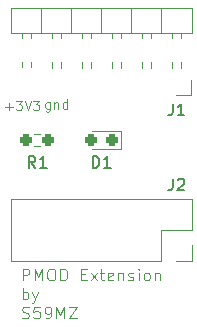
<source format=gto>
G04 #@! TF.GenerationSoftware,KiCad,Pcbnew,7.0.11-7.0.11~ubuntu20.04.1*
G04 #@! TF.CreationDate,2024-08-20T20:37:44+02:00*
G04 #@! TF.ProjectId,kicad-pmod-ext,6b696361-642d-4706-9d6f-642d6578742e,1.0*
G04 #@! TF.SameCoordinates,Original*
G04 #@! TF.FileFunction,Legend,Top*
G04 #@! TF.FilePolarity,Positive*
%FSLAX46Y46*%
G04 Gerber Fmt 4.6, Leading zero omitted, Abs format (unit mm)*
G04 Created by KiCad (PCBNEW 7.0.11-7.0.11~ubuntu20.04.1) date 2024-08-20 20:37:44*
%MOMM*%
%LPD*%
G01*
G04 APERTURE LIST*
G04 Aperture macros list*
%AMRoundRect*
0 Rectangle with rounded corners*
0 $1 Rounding radius*
0 $2 $3 $4 $5 $6 $7 $8 $9 X,Y pos of 4 corners*
0 Add a 4 corners polygon primitive as box body*
4,1,4,$2,$3,$4,$5,$6,$7,$8,$9,$2,$3,0*
0 Add four circle primitives for the rounded corners*
1,1,$1+$1,$2,$3*
1,1,$1+$1,$4,$5*
1,1,$1+$1,$6,$7*
1,1,$1+$1,$8,$9*
0 Add four rect primitives between the rounded corners*
20,1,$1+$1,$2,$3,$4,$5,0*
20,1,$1+$1,$4,$5,$6,$7,0*
20,1,$1+$1,$6,$7,$8,$9,0*
20,1,$1+$1,$8,$9,$2,$3,0*%
G04 Aperture macros list end*
%ADD10C,0.100000*%
%ADD11C,0.120000*%
%ADD12C,0.150000*%
%ADD13R,1.700000X1.700000*%
%ADD14O,1.700000X1.700000*%
%ADD15RoundRect,0.237500X-0.250000X-0.237500X0.250000X-0.237500X0.250000X0.237500X-0.250000X0.237500X0*%
%ADD16RoundRect,0.237500X0.287500X0.237500X-0.287500X0.237500X-0.287500X-0.237500X0.287500X-0.237500X0*%
%ADD17C,2.500000*%
G04 APERTURE END LIST*
D10*
X112509476Y-78459133D02*
X113119000Y-78459133D01*
X112814238Y-78763895D02*
X112814238Y-78154371D01*
X113423761Y-77963895D02*
X113918999Y-77963895D01*
X113918999Y-77963895D02*
X113652333Y-78268657D01*
X113652333Y-78268657D02*
X113766618Y-78268657D01*
X113766618Y-78268657D02*
X113842809Y-78306752D01*
X113842809Y-78306752D02*
X113880904Y-78344847D01*
X113880904Y-78344847D02*
X113918999Y-78421038D01*
X113918999Y-78421038D02*
X113918999Y-78611514D01*
X113918999Y-78611514D02*
X113880904Y-78687704D01*
X113880904Y-78687704D02*
X113842809Y-78725800D01*
X113842809Y-78725800D02*
X113766618Y-78763895D01*
X113766618Y-78763895D02*
X113538047Y-78763895D01*
X113538047Y-78763895D02*
X113461856Y-78725800D01*
X113461856Y-78725800D02*
X113423761Y-78687704D01*
X114147571Y-77963895D02*
X114414238Y-78763895D01*
X114414238Y-78763895D02*
X114680904Y-77963895D01*
X114871380Y-77963895D02*
X115366618Y-77963895D01*
X115366618Y-77963895D02*
X115099952Y-78268657D01*
X115099952Y-78268657D02*
X115214237Y-78268657D01*
X115214237Y-78268657D02*
X115290428Y-78306752D01*
X115290428Y-78306752D02*
X115328523Y-78344847D01*
X115328523Y-78344847D02*
X115366618Y-78421038D01*
X115366618Y-78421038D02*
X115366618Y-78611514D01*
X115366618Y-78611514D02*
X115328523Y-78687704D01*
X115328523Y-78687704D02*
X115290428Y-78725800D01*
X115290428Y-78725800D02*
X115214237Y-78763895D01*
X115214237Y-78763895D02*
X114985666Y-78763895D01*
X114985666Y-78763895D02*
X114909475Y-78725800D01*
X114909475Y-78725800D02*
X114871380Y-78687704D01*
X116287618Y-78103561D02*
X116287618Y-78751180D01*
X116287618Y-78751180D02*
X116249523Y-78827371D01*
X116249523Y-78827371D02*
X116211427Y-78865466D01*
X116211427Y-78865466D02*
X116135237Y-78903561D01*
X116135237Y-78903561D02*
X116020951Y-78903561D01*
X116020951Y-78903561D02*
X115944761Y-78865466D01*
X116287618Y-78598800D02*
X116211427Y-78636895D01*
X116211427Y-78636895D02*
X116059046Y-78636895D01*
X116059046Y-78636895D02*
X115982856Y-78598800D01*
X115982856Y-78598800D02*
X115944761Y-78560704D01*
X115944761Y-78560704D02*
X115906665Y-78484514D01*
X115906665Y-78484514D02*
X115906665Y-78255942D01*
X115906665Y-78255942D02*
X115944761Y-78179752D01*
X115944761Y-78179752D02*
X115982856Y-78141657D01*
X115982856Y-78141657D02*
X116059046Y-78103561D01*
X116059046Y-78103561D02*
X116211427Y-78103561D01*
X116211427Y-78103561D02*
X116287618Y-78141657D01*
X116668571Y-78103561D02*
X116668571Y-78636895D01*
X116668571Y-78179752D02*
X116706666Y-78141657D01*
X116706666Y-78141657D02*
X116782856Y-78103561D01*
X116782856Y-78103561D02*
X116897142Y-78103561D01*
X116897142Y-78103561D02*
X116973333Y-78141657D01*
X116973333Y-78141657D02*
X117011428Y-78217847D01*
X117011428Y-78217847D02*
X117011428Y-78636895D01*
X117735238Y-78636895D02*
X117735238Y-77836895D01*
X117735238Y-78598800D02*
X117659047Y-78636895D01*
X117659047Y-78636895D02*
X117506666Y-78636895D01*
X117506666Y-78636895D02*
X117430476Y-78598800D01*
X117430476Y-78598800D02*
X117392381Y-78560704D01*
X117392381Y-78560704D02*
X117354285Y-78484514D01*
X117354285Y-78484514D02*
X117354285Y-78255942D01*
X117354285Y-78255942D02*
X117392381Y-78179752D01*
X117392381Y-78179752D02*
X117430476Y-78141657D01*
X117430476Y-78141657D02*
X117506666Y-78103561D01*
X117506666Y-78103561D02*
X117659047Y-78103561D01*
X117659047Y-78103561D02*
X117735238Y-78141657D01*
D11*
X113982042Y-93171379D02*
X113982042Y-92171379D01*
X113982042Y-92171379D02*
X114362994Y-92171379D01*
X114362994Y-92171379D02*
X114458232Y-92218998D01*
X114458232Y-92218998D02*
X114505851Y-92266617D01*
X114505851Y-92266617D02*
X114553470Y-92361855D01*
X114553470Y-92361855D02*
X114553470Y-92504712D01*
X114553470Y-92504712D02*
X114505851Y-92599950D01*
X114505851Y-92599950D02*
X114458232Y-92647569D01*
X114458232Y-92647569D02*
X114362994Y-92695188D01*
X114362994Y-92695188D02*
X113982042Y-92695188D01*
X114982042Y-93171379D02*
X114982042Y-92171379D01*
X114982042Y-92171379D02*
X115315375Y-92885664D01*
X115315375Y-92885664D02*
X115648708Y-92171379D01*
X115648708Y-92171379D02*
X115648708Y-93171379D01*
X116315375Y-92171379D02*
X116505851Y-92171379D01*
X116505851Y-92171379D02*
X116601089Y-92218998D01*
X116601089Y-92218998D02*
X116696327Y-92314236D01*
X116696327Y-92314236D02*
X116743946Y-92504712D01*
X116743946Y-92504712D02*
X116743946Y-92838045D01*
X116743946Y-92838045D02*
X116696327Y-93028521D01*
X116696327Y-93028521D02*
X116601089Y-93123760D01*
X116601089Y-93123760D02*
X116505851Y-93171379D01*
X116505851Y-93171379D02*
X116315375Y-93171379D01*
X116315375Y-93171379D02*
X116220137Y-93123760D01*
X116220137Y-93123760D02*
X116124899Y-93028521D01*
X116124899Y-93028521D02*
X116077280Y-92838045D01*
X116077280Y-92838045D02*
X116077280Y-92504712D01*
X116077280Y-92504712D02*
X116124899Y-92314236D01*
X116124899Y-92314236D02*
X116220137Y-92218998D01*
X116220137Y-92218998D02*
X116315375Y-92171379D01*
X117172518Y-93171379D02*
X117172518Y-92171379D01*
X117172518Y-92171379D02*
X117410613Y-92171379D01*
X117410613Y-92171379D02*
X117553470Y-92218998D01*
X117553470Y-92218998D02*
X117648708Y-92314236D01*
X117648708Y-92314236D02*
X117696327Y-92409474D01*
X117696327Y-92409474D02*
X117743946Y-92599950D01*
X117743946Y-92599950D02*
X117743946Y-92742807D01*
X117743946Y-92742807D02*
X117696327Y-92933283D01*
X117696327Y-92933283D02*
X117648708Y-93028521D01*
X117648708Y-93028521D02*
X117553470Y-93123760D01*
X117553470Y-93123760D02*
X117410613Y-93171379D01*
X117410613Y-93171379D02*
X117172518Y-93171379D01*
X118934423Y-92647569D02*
X119267756Y-92647569D01*
X119410613Y-93171379D02*
X118934423Y-93171379D01*
X118934423Y-93171379D02*
X118934423Y-92171379D01*
X118934423Y-92171379D02*
X119410613Y-92171379D01*
X119743947Y-93171379D02*
X120267756Y-92504712D01*
X119743947Y-92504712D02*
X120267756Y-93171379D01*
X120505852Y-92504712D02*
X120886804Y-92504712D01*
X120648709Y-92171379D02*
X120648709Y-93028521D01*
X120648709Y-93028521D02*
X120696328Y-93123760D01*
X120696328Y-93123760D02*
X120791566Y-93171379D01*
X120791566Y-93171379D02*
X120886804Y-93171379D01*
X121601090Y-93123760D02*
X121505852Y-93171379D01*
X121505852Y-93171379D02*
X121315376Y-93171379D01*
X121315376Y-93171379D02*
X121220138Y-93123760D01*
X121220138Y-93123760D02*
X121172519Y-93028521D01*
X121172519Y-93028521D02*
X121172519Y-92647569D01*
X121172519Y-92647569D02*
X121220138Y-92552331D01*
X121220138Y-92552331D02*
X121315376Y-92504712D01*
X121315376Y-92504712D02*
X121505852Y-92504712D01*
X121505852Y-92504712D02*
X121601090Y-92552331D01*
X121601090Y-92552331D02*
X121648709Y-92647569D01*
X121648709Y-92647569D02*
X121648709Y-92742807D01*
X121648709Y-92742807D02*
X121172519Y-92838045D01*
X122077281Y-92504712D02*
X122077281Y-93171379D01*
X122077281Y-92599950D02*
X122124900Y-92552331D01*
X122124900Y-92552331D02*
X122220138Y-92504712D01*
X122220138Y-92504712D02*
X122362995Y-92504712D01*
X122362995Y-92504712D02*
X122458233Y-92552331D01*
X122458233Y-92552331D02*
X122505852Y-92647569D01*
X122505852Y-92647569D02*
X122505852Y-93171379D01*
X122934424Y-93123760D02*
X123029662Y-93171379D01*
X123029662Y-93171379D02*
X123220138Y-93171379D01*
X123220138Y-93171379D02*
X123315376Y-93123760D01*
X123315376Y-93123760D02*
X123362995Y-93028521D01*
X123362995Y-93028521D02*
X123362995Y-92980902D01*
X123362995Y-92980902D02*
X123315376Y-92885664D01*
X123315376Y-92885664D02*
X123220138Y-92838045D01*
X123220138Y-92838045D02*
X123077281Y-92838045D01*
X123077281Y-92838045D02*
X122982043Y-92790426D01*
X122982043Y-92790426D02*
X122934424Y-92695188D01*
X122934424Y-92695188D02*
X122934424Y-92647569D01*
X122934424Y-92647569D02*
X122982043Y-92552331D01*
X122982043Y-92552331D02*
X123077281Y-92504712D01*
X123077281Y-92504712D02*
X123220138Y-92504712D01*
X123220138Y-92504712D02*
X123315376Y-92552331D01*
X123791567Y-93171379D02*
X123791567Y-92504712D01*
X123791567Y-92171379D02*
X123743948Y-92218998D01*
X123743948Y-92218998D02*
X123791567Y-92266617D01*
X123791567Y-92266617D02*
X123839186Y-92218998D01*
X123839186Y-92218998D02*
X123791567Y-92171379D01*
X123791567Y-92171379D02*
X123791567Y-92266617D01*
X124410614Y-93171379D02*
X124315376Y-93123760D01*
X124315376Y-93123760D02*
X124267757Y-93076140D01*
X124267757Y-93076140D02*
X124220138Y-92980902D01*
X124220138Y-92980902D02*
X124220138Y-92695188D01*
X124220138Y-92695188D02*
X124267757Y-92599950D01*
X124267757Y-92599950D02*
X124315376Y-92552331D01*
X124315376Y-92552331D02*
X124410614Y-92504712D01*
X124410614Y-92504712D02*
X124553471Y-92504712D01*
X124553471Y-92504712D02*
X124648709Y-92552331D01*
X124648709Y-92552331D02*
X124696328Y-92599950D01*
X124696328Y-92599950D02*
X124743947Y-92695188D01*
X124743947Y-92695188D02*
X124743947Y-92980902D01*
X124743947Y-92980902D02*
X124696328Y-93076140D01*
X124696328Y-93076140D02*
X124648709Y-93123760D01*
X124648709Y-93123760D02*
X124553471Y-93171379D01*
X124553471Y-93171379D02*
X124410614Y-93171379D01*
X125172519Y-92504712D02*
X125172519Y-93171379D01*
X125172519Y-92599950D02*
X125220138Y-92552331D01*
X125220138Y-92552331D02*
X125315376Y-92504712D01*
X125315376Y-92504712D02*
X125458233Y-92504712D01*
X125458233Y-92504712D02*
X125553471Y-92552331D01*
X125553471Y-92552331D02*
X125601090Y-92647569D01*
X125601090Y-92647569D02*
X125601090Y-93171379D01*
X113982042Y-94781379D02*
X113982042Y-93781379D01*
X113982042Y-94162331D02*
X114077280Y-94114712D01*
X114077280Y-94114712D02*
X114267756Y-94114712D01*
X114267756Y-94114712D02*
X114362994Y-94162331D01*
X114362994Y-94162331D02*
X114410613Y-94209950D01*
X114410613Y-94209950D02*
X114458232Y-94305188D01*
X114458232Y-94305188D02*
X114458232Y-94590902D01*
X114458232Y-94590902D02*
X114410613Y-94686140D01*
X114410613Y-94686140D02*
X114362994Y-94733760D01*
X114362994Y-94733760D02*
X114267756Y-94781379D01*
X114267756Y-94781379D02*
X114077280Y-94781379D01*
X114077280Y-94781379D02*
X113982042Y-94733760D01*
X114791566Y-94114712D02*
X115029661Y-94781379D01*
X115267756Y-94114712D02*
X115029661Y-94781379D01*
X115029661Y-94781379D02*
X114934423Y-95019474D01*
X114934423Y-95019474D02*
X114886804Y-95067093D01*
X114886804Y-95067093D02*
X114791566Y-95114712D01*
X113934423Y-96343760D02*
X114077280Y-96391379D01*
X114077280Y-96391379D02*
X114315375Y-96391379D01*
X114315375Y-96391379D02*
X114410613Y-96343760D01*
X114410613Y-96343760D02*
X114458232Y-96296140D01*
X114458232Y-96296140D02*
X114505851Y-96200902D01*
X114505851Y-96200902D02*
X114505851Y-96105664D01*
X114505851Y-96105664D02*
X114458232Y-96010426D01*
X114458232Y-96010426D02*
X114410613Y-95962807D01*
X114410613Y-95962807D02*
X114315375Y-95915188D01*
X114315375Y-95915188D02*
X114124899Y-95867569D01*
X114124899Y-95867569D02*
X114029661Y-95819950D01*
X114029661Y-95819950D02*
X113982042Y-95772331D01*
X113982042Y-95772331D02*
X113934423Y-95677093D01*
X113934423Y-95677093D02*
X113934423Y-95581855D01*
X113934423Y-95581855D02*
X113982042Y-95486617D01*
X113982042Y-95486617D02*
X114029661Y-95438998D01*
X114029661Y-95438998D02*
X114124899Y-95391379D01*
X114124899Y-95391379D02*
X114362994Y-95391379D01*
X114362994Y-95391379D02*
X114505851Y-95438998D01*
X115410613Y-95391379D02*
X114934423Y-95391379D01*
X114934423Y-95391379D02*
X114886804Y-95867569D01*
X114886804Y-95867569D02*
X114934423Y-95819950D01*
X114934423Y-95819950D02*
X115029661Y-95772331D01*
X115029661Y-95772331D02*
X115267756Y-95772331D01*
X115267756Y-95772331D02*
X115362994Y-95819950D01*
X115362994Y-95819950D02*
X115410613Y-95867569D01*
X115410613Y-95867569D02*
X115458232Y-95962807D01*
X115458232Y-95962807D02*
X115458232Y-96200902D01*
X115458232Y-96200902D02*
X115410613Y-96296140D01*
X115410613Y-96296140D02*
X115362994Y-96343760D01*
X115362994Y-96343760D02*
X115267756Y-96391379D01*
X115267756Y-96391379D02*
X115029661Y-96391379D01*
X115029661Y-96391379D02*
X114934423Y-96343760D01*
X114934423Y-96343760D02*
X114886804Y-96296140D01*
X115934423Y-96391379D02*
X116124899Y-96391379D01*
X116124899Y-96391379D02*
X116220137Y-96343760D01*
X116220137Y-96343760D02*
X116267756Y-96296140D01*
X116267756Y-96296140D02*
X116362994Y-96153283D01*
X116362994Y-96153283D02*
X116410613Y-95962807D01*
X116410613Y-95962807D02*
X116410613Y-95581855D01*
X116410613Y-95581855D02*
X116362994Y-95486617D01*
X116362994Y-95486617D02*
X116315375Y-95438998D01*
X116315375Y-95438998D02*
X116220137Y-95391379D01*
X116220137Y-95391379D02*
X116029661Y-95391379D01*
X116029661Y-95391379D02*
X115934423Y-95438998D01*
X115934423Y-95438998D02*
X115886804Y-95486617D01*
X115886804Y-95486617D02*
X115839185Y-95581855D01*
X115839185Y-95581855D02*
X115839185Y-95819950D01*
X115839185Y-95819950D02*
X115886804Y-95915188D01*
X115886804Y-95915188D02*
X115934423Y-95962807D01*
X115934423Y-95962807D02*
X116029661Y-96010426D01*
X116029661Y-96010426D02*
X116220137Y-96010426D01*
X116220137Y-96010426D02*
X116315375Y-95962807D01*
X116315375Y-95962807D02*
X116362994Y-95915188D01*
X116362994Y-95915188D02*
X116410613Y-95819950D01*
X116839185Y-96391379D02*
X116839185Y-95391379D01*
X116839185Y-95391379D02*
X117172518Y-96105664D01*
X117172518Y-96105664D02*
X117505851Y-95391379D01*
X117505851Y-95391379D02*
X117505851Y-96391379D01*
X117886804Y-95391379D02*
X118553470Y-95391379D01*
X118553470Y-95391379D02*
X117886804Y-96391379D01*
X117886804Y-96391379D02*
X118553470Y-96391379D01*
D12*
X126666666Y-78194819D02*
X126666666Y-78909104D01*
X126666666Y-78909104D02*
X126619047Y-79051961D01*
X126619047Y-79051961D02*
X126523809Y-79147200D01*
X126523809Y-79147200D02*
X126380952Y-79194819D01*
X126380952Y-79194819D02*
X126285714Y-79194819D01*
X127666666Y-79194819D02*
X127095238Y-79194819D01*
X127380952Y-79194819D02*
X127380952Y-78194819D01*
X127380952Y-78194819D02*
X127285714Y-78337676D01*
X127285714Y-78337676D02*
X127190476Y-78432914D01*
X127190476Y-78432914D02*
X127095238Y-78480533D01*
X115045833Y-83639819D02*
X114712500Y-83163628D01*
X114474405Y-83639819D02*
X114474405Y-82639819D01*
X114474405Y-82639819D02*
X114855357Y-82639819D01*
X114855357Y-82639819D02*
X114950595Y-82687438D01*
X114950595Y-82687438D02*
X114998214Y-82735057D01*
X114998214Y-82735057D02*
X115045833Y-82830295D01*
X115045833Y-82830295D02*
X115045833Y-82973152D01*
X115045833Y-82973152D02*
X114998214Y-83068390D01*
X114998214Y-83068390D02*
X114950595Y-83116009D01*
X114950595Y-83116009D02*
X114855357Y-83163628D01*
X114855357Y-83163628D02*
X114474405Y-83163628D01*
X115998214Y-83639819D02*
X115426786Y-83639819D01*
X115712500Y-83639819D02*
X115712500Y-82639819D01*
X115712500Y-82639819D02*
X115617262Y-82782676D01*
X115617262Y-82782676D02*
X115522024Y-82877914D01*
X115522024Y-82877914D02*
X115426786Y-82925533D01*
X126666666Y-84544819D02*
X126666666Y-85259104D01*
X126666666Y-85259104D02*
X126619047Y-85401961D01*
X126619047Y-85401961D02*
X126523809Y-85497200D01*
X126523809Y-85497200D02*
X126380952Y-85544819D01*
X126380952Y-85544819D02*
X126285714Y-85544819D01*
X127095238Y-84640057D02*
X127142857Y-84592438D01*
X127142857Y-84592438D02*
X127238095Y-84544819D01*
X127238095Y-84544819D02*
X127476190Y-84544819D01*
X127476190Y-84544819D02*
X127571428Y-84592438D01*
X127571428Y-84592438D02*
X127619047Y-84640057D01*
X127619047Y-84640057D02*
X127666666Y-84735295D01*
X127666666Y-84735295D02*
X127666666Y-84830533D01*
X127666666Y-84830533D02*
X127619047Y-84973390D01*
X127619047Y-84973390D02*
X127047619Y-85544819D01*
X127047619Y-85544819D02*
X127666666Y-85544819D01*
X119911905Y-83639819D02*
X119911905Y-82639819D01*
X119911905Y-82639819D02*
X120150000Y-82639819D01*
X120150000Y-82639819D02*
X120292857Y-82687438D01*
X120292857Y-82687438D02*
X120388095Y-82782676D01*
X120388095Y-82782676D02*
X120435714Y-82877914D01*
X120435714Y-82877914D02*
X120483333Y-83068390D01*
X120483333Y-83068390D02*
X120483333Y-83211247D01*
X120483333Y-83211247D02*
X120435714Y-83401723D01*
X120435714Y-83401723D02*
X120388095Y-83496961D01*
X120388095Y-83496961D02*
X120292857Y-83592200D01*
X120292857Y-83592200D02*
X120150000Y-83639819D01*
X120150000Y-83639819D02*
X119911905Y-83639819D01*
X121435714Y-83639819D02*
X120864286Y-83639819D01*
X121150000Y-83639819D02*
X121150000Y-82639819D01*
X121150000Y-82639819D02*
X121054762Y-82782676D01*
X121054762Y-82782676D02*
X120959524Y-82877914D01*
X120959524Y-82877914D02*
X120864286Y-82925533D01*
D11*
X128270000Y-77470000D02*
X127000000Y-77470000D01*
X128270000Y-77470000D02*
X128270000Y-76200000D01*
X116460000Y-75157071D02*
X116460000Y-74702929D01*
X117220000Y-75157071D02*
X117220000Y-74702929D01*
X119000000Y-75157071D02*
X119000000Y-74702929D01*
X119760000Y-75157071D02*
X119760000Y-74702929D01*
X121540000Y-75157071D02*
X121540000Y-74702929D01*
X122300000Y-75157071D02*
X122300000Y-74702929D01*
X124080000Y-75157071D02*
X124080000Y-74702929D01*
X124840000Y-75157071D02*
X124840000Y-74702929D01*
X126620000Y-75157071D02*
X126620000Y-74702929D01*
X127380000Y-75157071D02*
X127380000Y-74702929D01*
X113920000Y-75090000D02*
X113920000Y-74702929D01*
X114680000Y-75090000D02*
X114680000Y-74702929D01*
X113920000Y-72617071D02*
X113920000Y-72220000D01*
X114680000Y-72617071D02*
X114680000Y-72220000D01*
X116460000Y-72617071D02*
X116460000Y-72220000D01*
X117220000Y-72617071D02*
X117220000Y-72220000D01*
X119000000Y-72617071D02*
X119000000Y-72220000D01*
X119760000Y-72617071D02*
X119760000Y-72220000D01*
X121540000Y-72617071D02*
X121540000Y-72220000D01*
X122300000Y-72617071D02*
X122300000Y-72220000D01*
X124080000Y-72617071D02*
X124080000Y-72220000D01*
X124840000Y-72617071D02*
X124840000Y-72220000D01*
X126620000Y-72617071D02*
X126620000Y-72220000D01*
X127380000Y-72617071D02*
X127380000Y-72220000D01*
X112970000Y-72220000D02*
X128330000Y-72220000D01*
X115570000Y-72220000D02*
X115570000Y-70104000D01*
X118110000Y-72220000D02*
X118110000Y-70104000D01*
X120650000Y-72220000D02*
X120650000Y-70104000D01*
X123190000Y-72220000D02*
X123190000Y-70104000D01*
X125730000Y-72220000D02*
X125730000Y-70104000D01*
X128330000Y-72220000D02*
X128330000Y-70104000D01*
X112970000Y-70104000D02*
X112970000Y-72220000D01*
X128330000Y-70104000D02*
X112970000Y-70104000D01*
X114957776Y-80757500D02*
X115467224Y-80757500D01*
X114957776Y-81802500D02*
X115467224Y-81802500D01*
X128330000Y-86300000D02*
X112970000Y-86300000D01*
X128330000Y-86300000D02*
X128330000Y-88900000D01*
X112970000Y-86300000D02*
X112970000Y-91500000D01*
X128330000Y-88900000D02*
X125730000Y-88900000D01*
X125730000Y-88900000D02*
X125730000Y-91500000D01*
X128330000Y-90170000D02*
X128330000Y-91500000D01*
X128330000Y-91500000D02*
X127000000Y-91500000D01*
X125730000Y-91500000D02*
X112970000Y-91500000D01*
X122310000Y-82015000D02*
X122310000Y-80545000D01*
X122310000Y-80545000D02*
X119850000Y-80545000D01*
X119850000Y-82015000D02*
X122310000Y-82015000D01*
%LPC*%
D13*
X127000000Y-76200000D03*
D14*
X127000000Y-73660000D03*
X124460000Y-76200000D03*
X124460000Y-73660000D03*
X121920000Y-76200000D03*
X121920000Y-73660000D03*
X119380000Y-76200000D03*
X119380000Y-73660000D03*
X116840000Y-76200000D03*
X116840000Y-73660000D03*
X114300000Y-76200000D03*
X114300000Y-73660000D03*
D15*
X114300000Y-81280000D03*
X116125000Y-81280000D03*
D13*
X127000000Y-90170000D03*
D14*
X127000000Y-87630000D03*
X124460000Y-90170000D03*
X124460000Y-87630000D03*
X121920000Y-90170000D03*
X121920000Y-87630000D03*
X119380000Y-90170000D03*
X119380000Y-87630000D03*
X116840000Y-90170000D03*
X116840000Y-87630000D03*
X114300000Y-90170000D03*
X114300000Y-87630000D03*
D16*
X121525000Y-81280000D03*
X119775000Y-81280000D03*
D17*
X120650000Y-95250000D03*
%LPD*%
M02*

</source>
